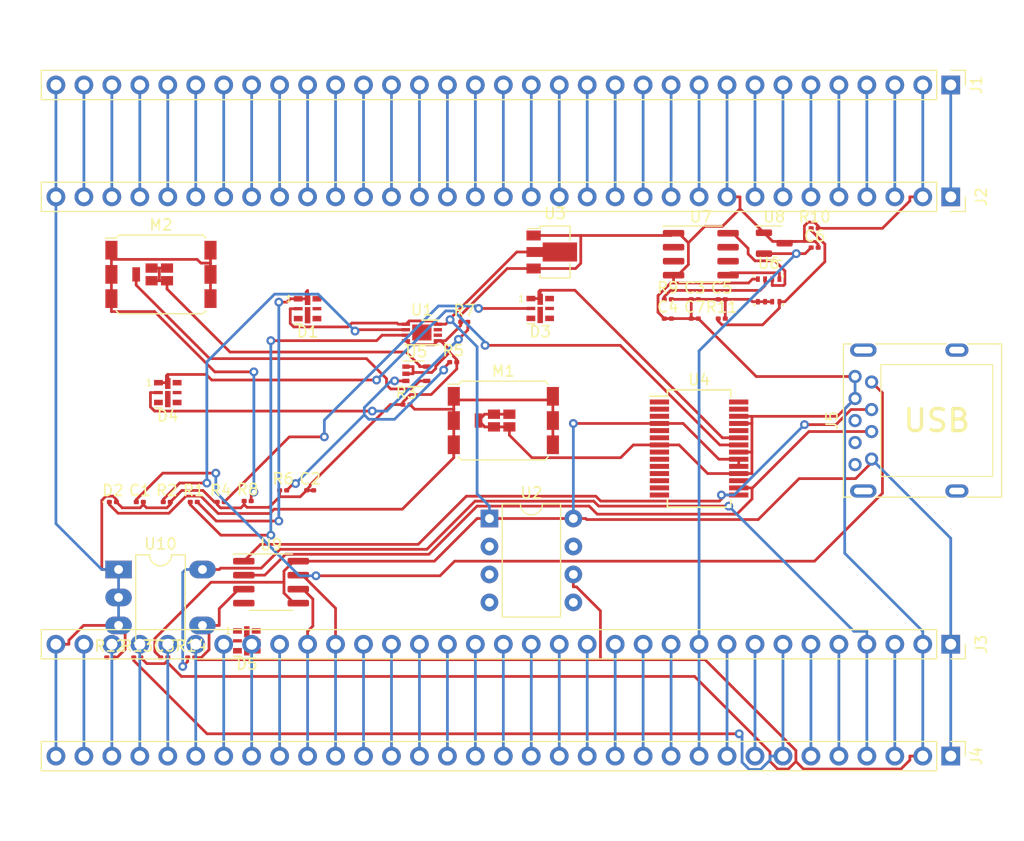
<source format=kicad_pcb>
(kicad_pcb (version 20211014) (generator pcbnew)
  (layers (0 "F.Cu" signal) (31 "B.Cu" signal) (34 "B.Paste" user) (35 "F.Paste" user) (36 "B.SilkS" user "B.Silkscreen") (37 "F.SilkS" user "F.Silkscreen") (38 "B.Mask" user) (39 "F.Mask" user) (44 "Edge.Cuts" user))
  (net 0 "")
  (net 1 "+3V0")
  (net 2 "Net-(C1-Pad1)")
  (net 3 "/VBAT")
  (net 4 "/PC13")
  (net 5 "/PC14")
  (net 6 "/PC15")
  (net 7 "/PF0")
  (net 8 "/PF1")
  (net 9 "/NRST")
  (net 10 "/PC0")
  (net 11 "/PC1")
  (net 12 "/PC2")
  (net 13 "/PC3")
  (net 14 "/PA0")
  (net 15 "/PA1")
  (net 16 "/PA2")
  (net 17 "/PA3")
  (net 18 "/PF4")
  (net 19 "/PF5")
  (net 20 "/PA4")
  (net 21 "/PA5")
  (net 22 "/PA6")
  (net 23 "/PA7")
  (net 24 "/PC4")
  (net 25 "/PC5")
  (net 26 "/PB0")
  (net 27 "/PB1")
  (net 28 "/PB2")
  (net 29 "/PB10")
  (net 30 "/PB11")
  (net 31 "/PB12")
  (net 32 "+5V")
  (net 33 "/PB9")
  (net 34 "+3V3")
  (net 35 "VDD")
  (net 36 "/BOOT")
  (net 37 "Anaolog_Out")
  (net 38 "/PB6")
  (net 39 "/PB5")
  (net 40 "Net-(D1-Pad1)")
  (net 41 "/PB3")
  (net 42 "/PD2")
  (net 43 "/PC12")
  (net 44 "/PC11")
  (net 45 "/PC10")
  (net 46 "/PA15")
  (net 47 "/PA14")
  (net 48 "/PF7")
  (net 49 "/PF6")
  (net 50 "/PA13")
  (net 51 "/PA12")
  (net 52 "/PA11")
  (net 53 "Net-(D2-Pad1)")
  (net 54 "Net-(D3-Pad1)")
  (net 55 "/PA8")
  (net 56 "/PC9")
  (net 57 "/PC8")
  (net 58 "/PC7")
  (net 59 "/PC6")
  (net 60 "/PB15")
  (net 61 "/PB14")
  (net 62 "/PB13")
  (net 63 "Net-(D3-Pad2)")
  (net 64 "Net-(D4-Pad1)")
  (net 65 "Net-(D4-Pad2)")
  (net 66 "Net-(D5-Pad1)")
  (net 67 "12C1_Clock")
  (net 68 "12C1_Data")
  (net 69 "USART_RX")
  (net 70 "USART_TX")
  (net 71 "USB_D-")
  (net 72 "USB_D+")
  (net 73 "Net-(M2-Pad1)")
  (net 74 "Net-(M2-Pad2)")
  (net 75 "Net-(M2-Pad3)")
  (net 76 "Net-(R1-Pad1)")
  (net 77 "Net-(R2-Pad1)")
  (net 78 "Net-(R5-Pad1)")
  (net 79 "Net-(R9-Pad1)")
  (net 80 "Net-(R10-Pad1)")
  (net 98 "I2C1_Data")
  (net 99 "I2C2_Clock")
  (footprint "Package_SO:SSOP-28_5.3x10.2mm_P0.65mm" (layer "F.Cu") (at 157.48 99.06)
    (fp_text reference "U4")
    (fp_text value "FT232RL")
  )
  (footprint "Connector_USB:USB3_A_Molex_48393-001" (layer "F.Cu") (at 173.15 100.02 90)
    (fp_text reference "J5")
    (fp_text value "USB_B_Micro")
  )
  (footprint "LED_SMD:LED-APA102-2020" (layer "F.Cu") (at 143.05 86.34)
    (fp_text reference "D3")
    (fp_text value "LED_Small")
  )
  (footprint "Package_LGA:Bosch_LGA-8_2.5x2.5mm_P0.65mm_ClockwisePinNumbering" (layer "F.Cu") (at 163.8 84.7)
    (fp_text reference "U6")
    (fp_text value "BME280")
  )
  (footprint "Resistor_SMD:R_0201_0603Metric" (layer "F.Cu") (at 111.58 103.92)
    (fp_text reference "R1")
    (fp_text value "1K")
  )
  (footprint "Package_DFN_QFN:DFN-8-1EP_3x2mm_P0.5mm_EP1.75x1.45mm" (layer "F.Cu") (at 132.3 88.52)
    (fp_text reference "U1")
    (fp_text value "MC34673")
  )
  (footprint "LED_SMD:LED-APA102-2020" (layer "F.Cu") (at 109.22 93.98)
    (fp_text reference "D4")
    (fp_text value "LED_Small")
  )
  (footprint "Resistor_SMD:R_0201_0603Metric" (layer "F.Cu") (at 111.35 118.05)
    (fp_text reference "R14")
    (fp_text value "10K")
  )
  (footprint "Resistor_SMD:R_0201_0603Metric" (layer "F.Cu") (at 154.64 85.51)
    (fp_text reference "R9")
    (fp_text value "4.7K")
  )
  (footprint "Capacitor_SMD:C_0201_0603Metric" (layer "F.Cu") (at 106.68 103.92)
    (fp_text reference "C1")
    (fp_text value "10nF")
  )
  (footprint "Resistor_SMD:R_0201_0603Metric" (layer "F.Cu") (at 159.54 87.26)
    (fp_text reference "R11")
    (fp_text value "1K")
  )
  (footprint "Capacitor_SMD:C_0201_0603Metric" (layer "F.Cu") (at 154.64 87.26)
    (fp_text reference "C4")
    (fp_text value "10nf")
  )
  (footprint "Resistor_SMD:R_0201_0603Metric" (layer "F.Cu") (at 135.15 91.22)
    (fp_text reference "R5")
    (fp_text value "100")
  )
  (footprint "Package_TO_SOT_SMD:SOT-353_SC-70-5" (layer "F.Cu") (at 131.8 92.27)
    (fp_text reference "U5")
    (fp_text value "TLV172IDCK")
  )
  (footprint "Capacitor_SMD:C_0201_0603Metric" (layer "F.Cu") (at 122.15 102.86)
    (fp_text reference "C2")
    (fp_text value "10u")
  )
  (footprint "Package_SO:SOIC-8_3.9x4.9mm_P1.27mm" (layer "F.Cu") (at 118.6 111.2)
    (fp_text reference "U9")
    (fp_text value "CH330N")
  )
  (footprint "Connector_PinSocket_2.54mm:PinSocket_1x33_P2.54mm_Vertical" (layer "F.Cu") (at 180.34 76.2 -90)
    (fp_text reference "J2")
    (fp_text value "Conn_01x33_Female")
  )
  (footprint "Capacitor_SMD:C_0201_0603Metric" (layer "F.Cu") (at 159.54 85.51)
    (fp_text reference "C5")
    (fp_text value "0.1uF")
  )
  (footprint "Package_DirectFET:DirectFET_L4" (layer "F.Cu") (at 139.7 96.52)
    (fp_text reference "M1")
    (fp_text value "MPMOS")
  )
  (footprint "Package_DIP:DIP-5-6_W7.62mm_LongPads" (layer "F.Cu") (at 104.75 110.05)
    (fp_text reference "U10")
    (fp_text value "CAT24C256")
  )
  (footprint "Resistor_SMD:R_0201_0603Metric" (layer "F.Cu") (at 136.15 87.57)
    (fp_text reference "R7")
    (fp_text value "1K")
  )
  (footprint "Package_DirectFET:DirectFET_L4" (layer "F.Cu") (at 108.6 83.245)
    (fp_text reference "M2")
    (fp_text value "MPMOS")
  )
  (footprint "Connector_PinHeader_2.54mm:PinHeader_1x33_P2.54mm_Vertical" (layer "F.Cu") (at 180.34 66.04 -90)
    (fp_text reference "J1")
    (fp_text value "Conn_01x33_Female")
  )
  (footprint "Package_TO_SOT_SMD:SOT-89-3" (layer "F.Cu") (at 144.1 81.21)
    (fp_text reference "U3")
    (fp_text value "HT75xx-1-SOT89")
  )
  (footprint "Capacitor_SMD:C_0201_0603Metric" (layer "F.Cu") (at 167.98 80.81)
    (fp_text reference "C6")
    (fp_text value "0.1uF")
  )
  (footprint "Capacitor_SMD:C_0201_0603Metric" (layer "F.Cu") (at 157.09 87.26)
    (fp_text reference "C7")
    (fp_text value "10nf")
  )
  (footprint "Resistor_SMD:R_0201_0603Metric" (layer "F.Cu") (at 130.9 95.07)
    (fp_text reference "R3")
    (fp_text value "1K")
  )
  (footprint "Resistor_SMD:R_0201_0603Metric" (layer "F.Cu") (at 114.03 103.92)
    (fp_text reference "R4")
    (fp_text value "1K")
  )
  (footprint "Connector_PinHeader_2.54mm:PinHeader_1x33_P2.54mm_Vertical" (layer "F.Cu") (at 180.34 127 -90)
    (fp_text reference "J4")
    (fp_text value "Conn_01x33_Female")
  )
  (footprint "Package_SO:SOIC-8_3.9x4.9mm_P1.27mm" (layer "F.Cu") (at 157.64 81.41)
    (fp_text reference "U7")
    (fp_text value "TSL2550D")
  )
  (footprint "Resistor_SMD:R_0201_0603Metric" (layer "F.Cu") (at 106.45 118.05)
    (fp_text reference "R13")
    (fp_text value "10K")
  )
  (footprint "LED_SMD:LED-APA102-2020" (layer "F.Cu") (at 121.92 86.36)
    (fp_text reference "D1")
    (fp_text value "LED_Small")
  )
  (footprint "Resistor_SMD:R_0201_0603Metric" (layer "F.Cu") (at 167.98 79.06)
    (fp_text reference "R10")
    (fp_text value "1K")
  )
  (footprint "Resistor_SMD:R_0201_0603Metric" (layer "F.Cu") (at 109.13 103.92)
    (fp_text reference "R2")
    (fp_text value "1K")
  )
  (footprint "Connector_PinSocket_2.54mm:PinSocket_1x33_P2.54mm_Vertical" (layer "F.Cu") (at 180.34 116.84 -90)
    (fp_text reference "J3")
    (fp_text value "Conn_01x33_Female")
  )
  (footprint "Package_DIP:DIP-8_W7.62mm" (layer "F.Cu") (at 138.44 105.42)
    (fp_text reference "U2")
    (fp_text value "ADG417BN")
  )
  (footprint "Package_TO_SOT_SMD:SOT-23" (layer "F.Cu") (at 164.31 80.41)
    (fp_text reference "U8")
    (fp_text value "TC1047AxNB")
  )
  (footprint "Resistor_SMD:R_0201_0603Metric" (layer "F.Cu") (at 119.7 102.86)
    (fp_text reference "R6")
    (fp_text value "1K")
  )
  (footprint "Resistor_SMD:R_0201_0603Metric" (layer "F.Cu") (at 104 118.05)
    (fp_text reference "R12")
    (fp_text value "R")
  )
  (footprint "Capacitor_SMD:C_0201_0603Metric" (layer "F.Cu") (at 157.09 85.51)
    (fp_text reference "C3")
    (fp_text value "10nf")
  )
  (footprint "Resistor_SMD:R_0201_0603Metric" (layer "F.Cu") (at 116.48 103.83)
    (fp_text reference "R8")
    (fp_text value "1K")
  )
  (footprint "Capacitor_SMD:C_0201_0603Metric" (layer "F.Cu") (at 108.9 118.05)
    (fp_text reference "C8")
    (fp_text value "10nF")
  )
  (footprint "Diode_SMD:D_0201_0603Metric" (layer "F.Cu") (at 104.235 103.92)
    (fp_text reference "D2")
    (fp_text value "D_Zener")
  )
  (footprint "LED_SMD:LED-APA102-2020" (layer "F.Cu") (at 116.4 116.53)
    (fp_text reference "D5")
    (fp_text value "Blue")
  )
  (gr_rect (start 173.99 91.44) (end 184.15 101.6) (layer "F.SilkS") (width 0.1) (fill none))
  (gr_text "USB" (at 179.07 96.52) (layer "F.SilkS") (effects (font (size 2 2) (thickness 0.3))))
  (segment (start 180.34 66.04) (end 180.34 76.2) (width 0.25) (layer "B.Cu") (net 1))
  (segment (start 108.7633 101.2983) (end 106.36 103.7016) (width 0.25) (layer "F.Cu") (net 2))
  (segment (start 173.15 93.02) (end 174.1363 94.0063) (width 0.25) (layer "F.Cu") (net 2))
  (segment (start 174.1363 94.0063) (end 174.1363 103.1225) (width 0.25) (layer "F.Cu") (net 2))
  (segment (start 113.5839 101.2983) (end 108.7633 101.2983) (width 0.25) (layer "F.Cu") (net 2))
  (segment (start 106.36 103.7016) (end 106.36 103.92) (width 0.25) (layer "F.Cu") (net 2))
  (segment (start 135.2735 109.2948) (end 133.9486 110.6197) (width 0.25) (layer "F.Cu") (net 2))
  (segment (start 167.964 109.2948) (end 135.2735 109.2948) (width 0.25) (layer "F.Cu") (net 2))
  (segment (start 133.9486 110.6197) (end 122.6827 110.6197) (width 0.25) (layer "F.Cu") (net 2))
  (segment (start 174.1363 103.1225) (end 167.964 109.2948) (width 0.25) (layer "F.Cu") (net 2))
  (via (at 113.5839 101.2983) (size 0.8) (drill 0.4) (layers "F.Cu" "B.Cu") (net 2))
  (via (at 122.6827 110.6197) (size 0.8) (drill 0.4) (layers "F.Cu" "B.Cu") (net 2))
  (segment (start 113.5839 103.0308) (end 113.5839 101.2983) (width 0.25) (layer "B.Cu") (net 2))
  (segment (start 121.1728 110.6197) (end 113.5839 103.0308) (width 0.25) (layer "B.Cu") (net 2))
  (segment (start 122.6827 110.6197) (end 121.1728 110.6197) (width 0.25) (layer "B.Cu") (net 2))
  (segment (start 175.26 66.04) (end 175.26 76.2) (width 0.25) (layer "B.Cu") (net 3))
  (segment (start 172.72 66.04) (end 172.72 76.2) (width 0.25) (layer "B.Cu") (net 4))
  (segment (start 170.18 66.04) (end 170.18 76.2) (width 0.25) (layer "B.Cu") (net 5))
  (segment (start 167.64 66.04) (end 167.64 76.2) (width 0.25) (layer "B.Cu") (net 6))
  (segment (start 165.1 66.04) (end 165.1 76.2) (width 0.25) (layer "B.Cu") (net 7))
  (segment (start 162.56 66.04) (end 162.56 76.2) (width 0.25) (layer "B.Cu") (net 8))
  (segment (start 157.48 66.04) (end 157.48 76.2) (width 0.25) (layer "B.Cu") (net 9))
  (segment (start 154.94 66.04) (end 154.94 76.2) (width 0.25) (layer "B.Cu") (net 10))
  (segment (start 152.4 66.04) (end 152.4 76.2) (width 0.25) (layer "B.Cu") (net 11))
  (segment (start 149.86 66.04) (end 149.86 76.2) (width 0.25) (layer "B.Cu") (net 12))
  (segment (start 147.32 66.04) (end 147.32 76.2) (width 0.25) (layer "B.Cu") (net 13))
  (segment (start 144.78 66.04) (end 144.78 76.2) (width 0.25) (layer "B.Cu") (net 14))
  (segment (start 142.24 66.04) (end 142.24 76.2) (width 0.25) (layer "B.Cu") (net 15))
  (segment (start 139.7 66.04) (end 139.7 76.2) (width 0.25) (layer "B.Cu") (net 16))
  (segment (start 137.16 66.04) (end 137.16 76.2) (width 0.25) (layer "B.Cu") (net 17))
  (segment (start 134.62 66.04) (end 134.62 76.2) (width 0.25) (layer "B.Cu") (net 18))
  (segment (start 132.08 66.04) (end 132.08 76.2) (width 0.25) (layer "B.Cu") (net 19))
  (segment (start 129.54 66.04) (end 129.54 76.2) (width 0.25) (layer "B.Cu") (net 20))
  (segment (start 127 66.04) (end 127 76.2) (width 0.25) (layer "B.Cu") (net 21))
  (segment (start 124.46 66.04) (end 124.46 76.2) (width 0.25) (layer "B.Cu") (net 22))
  (segment (start 121.92 66.04) (end 121.92 76.2) (width 0.25) (layer "B.Cu") (net 23))
  (segment (start 119.38 66.04) (end 119.38 76.2) (width 0.25) (layer "B.Cu") (net 24))
  (segment (start 116.84 66.04) (end 116.84 76.2) (width 0.25) (layer "B.Cu") (net 25))
  (segment (start 114.3 66.04) (end 114.3 76.2) (width 0.25) (layer "B.Cu") (net 26))
  (segment (start 111.76 66.04) (end 111.76 76.2) (width 0.25) (layer "B.Cu") (net 27))
  (segment (start 109.22 66.04) (end 109.22 76.2) (width 0.25) (layer "B.Cu") (net 28))
  (segment (start 106.68 66.04) (end 106.68 76.2) (width 0.25) (layer "B.Cu") (net 29))
  (segment (start 104.14 66.04) (end 104.14 76.2) (width 0.25) (layer "B.Cu") (net 30))
  (segment (start 101.6 66.04) (end 101.6 76.2) (width 0.25) (layer "B.Cu") (net 31))
  (segment (start 119.7741 111.209) (end 119.7741 112.195) (width 0.25) (layer "F.Cu") (net 32))
  (segment (start 166.5658 101.795) (end 171.7 101.795) (width 0.25) (layer "F.Cu") (net 32))
  (segment (start 125.5841 88.0154) (end 120.6588 88.0154) (width 0.25) (layer "F.Cu") (net 32))
  (segment (start 159.2773 100.035) (end 156.0273 96.785) (width 0.25) (layer "F.Cu") (net 32))
  (segment (start 108.0411 117.5111) (end 108.0411 116.3192) (width 0.25) (layer "F.Cu") (net 32))
  (segment (start 142.5375 81.21) (end 140.9199 81.21) (width 0.25) (layer "F.Cu") (net 32))
  (segment (start 134.8623 87.2676) (end 134.8623 87.358) (width 0.25) (layer "F.Cu") (net 32))
  (segment (start 125.9321 87.6674) (end 125.5841 88.0154) (width 0.25) (layer "F.Cu") (net 32))
  (segment (start 146.06 105.42) (end 138.44 105.42) (width 0.25) (layer "F.Cu") (net 32))
  (segment (start 108.58 118.05) (end 108.0411 117.5111) (width 0.25) (layer "F.Cu") (net 32))
  (segment (start 121.07 86.36) (end 120.3447 86.36) (width 0.25) (layer "F.Cu") (net 32))
  (segment (start 153.88 96.785) (end 146.06 96.785) (width 0.25) (layer "F.Cu") (net 32))
  (segment (start 140.9199 81.21) (end 134.8623 87.2676) (width 0.25) (layer "F.Cu") (net 32))
  (segment (start 147.1853 105.42) (end 147.2786 105.5133) (width 0.25) (layer "F.Cu") (net 32))
  (segment (start 130.85 87.77) (end 131.1504 87.4696) (width 0.25) (layer "F.Cu") (net 32))
  (segment (start 162.8475 105.5133) (end 166.5658 101.795) (width 0.25) (layer "F.Cu") (net 32))
  (segment (start 130.0471 87.6674) (end 125.9321 87.6674) (width 0.25) (layer "F.Cu") (net 32))
  (segment (start 146.06 105.42) (end 147.1853 105.42) (width 0.25) (layer "F.Cu") (net 32))
  (segment (start 161.08 100.035) (end 161.08 100.685) (width 0.25) (layer "F.Cu") (net 32))
  (segment (start 113.1513 111.209) (end 119.7741 111.209) (width 0.25) (layer "F.Cu") (net 32))
  (segment (start 131.1504 87.4696) (end 133.4496 87.4696) (width 0.25) (layer "F.Cu") (net 32))
  (segment (start 108.0411 116.3192) (end 113.1513 111.209) (width 0.25) (layer "F.Cu") (net 32))
  (segment (start 120.6841 113.105) (end 121.075 113.105) (width 0.25) (layer "F.Cu") (net 32))
  (segment (start 130.85 87.77) (end 130.1497 87.77) (width 0.25) (layer "F.Cu") (net 32))
  (segment (start 171.7 101.795) (end 173.15 100.345) (width 0.25) (layer "F.Cu") (net 32))
  (segment (start 121.075 109.295) (end 120.6699 109.295) (width 0.25) (layer "F.Cu") (net 32))
  (segment (start 119.7741 110.1908) (end 119.7741 111.209) (width 0.25) (layer "F.Cu") (net 32))
  (segment (start 120.3447 87.7013) (end 120.3447 86.36) (width 0.25) (layer "F.Cu") (net 32))
  (segment (start 133.4496 87.4696) (end 133.75 87.77) (width 0.25) (layer "F.Cu") (net 32))
  (segment (start 173.15 100.345) (end 173.15 100.02) (width 0.25) (layer "F.Cu") (net 32))
  (segment (start 133.4397 109.295) (end 121.075 109.295) (width 0.25) (layer "F.Cu") (net 32))
  (segment (start 134.8623 87.358) (end 134.4503 87.77) (width 0.25) (layer "F.Cu") (net 32))
  (segment (start 120.6588 88.0154) (end 120.3447 87.7013) (width 0.25) (layer "F.Cu") (net 32))
  (segment (start 130.1497 87.77) (end 130.0471 87.6674) (width 0.25) (layer "F.Cu") (net 32))
  (segment (start 161.08 100.035) (end 159.2773 100.035) (width 0.25) (layer "F.Cu") (net 32))
  (segment (start 138.44 105.42) (end 137.3147 105.42) (width 0.25) (layer "F.Cu") (net 32))
  (segment (start 156.0273 96.785) (end 153.88 96.785) (width 0.25) (layer "F.Cu") (net 32))
  (segment (start 147.2786 105.5133) (end 162.8475 105.5133) (width 0.25) (layer "F.Cu") (net 32))
  (segment (start 133.75 87.77) (end 134.4503 87.77) (width 0.25) (layer "F.Cu") (net 32))
  (segment (start 137.3147 105.42) (end 133.4397 109.295) (width 0.25) (layer "F.Cu") (net 32))
  (segment (start 119.7741 112.195) (end 120.6841 113.105) (width 0.25) (layer "F.Cu") (net 32))
  (segment (start 120.6699 109.295) (end 119.7741 110.1908) (width 0.25) (layer "F.Cu") (net 32))
  (via (at 134.8623 87.358) (size 0.8) (drill 0.4) (layers "F.Cu" "B.Cu") (net 32))
  (via (at 146.06 96.785) (size 0.8) (drill 0.4) (layers "F.Cu" "B.Cu") (net 32))
  (segment (start 134.8623 87.358) (end 137.3189 89.8146) (width 0.25) (layer "B.Cu") (net 32))
  (segment (start 137.3189 103.1736) (end 138.44 104.2947) (width 0.25) (layer "B.Cu") (net 32))
  (segment (start 180.34 107.21) (end 173.15 100.02) (width 0.25) (layer "B.Cu") (net 32))
  (segment (start 138.44 105.42) (end 138.44 104.2947) (width 0.25) (layer "B.Cu") (net 32))
  (segment (start 180.34 127) (end 180.34 116.84) (width 0.25) (layer "B.Cu") (net 32))
  (segment (start 137.3189 89.8146) (end 137.3189 103.1736) (width 0.25) (layer "B.Cu") (net 32))
  (segment (start 180.34 116.84) (end 180.34 107.21) (width 0.25) (layer "B.Cu") (net 32))
  (segment (start 146.06 105.42) (end 146.06 96.785) (width 0.25) (layer "B.Cu") (net 32))
  (segment (start 175.26 116.84) (end 175.26 127) (width 0.25) (layer "B.Cu") (net 33))
  (segment (start 122.1482 102.3672) (end 129.4454 95.07) (width 0.25) (layer "F.Cu") (net 34))
  (segment (start 106.7083 104.4458) (end 105.0808 104.4458) (width 0.25) (layer "F.Cu") (net 34))
  (segment (start 176.6247 127.3674) (end 176.6247 127) (width 0.25) (layer "F.Cu") (net 34))
  (segment (start 163.9247 127.4869) (end 163.9247 126.6162) (width 0.25) (layer "F.Cu") (net 34))
  (segment (start 133.9876 89.27) (end 134.4503 89.27) (width 0.25) (layer "F.Cu") (net 34))
  (segment (start 131.2649 94.1566) (end 133.145 94.1566) (width 0.25) (layer "F.Cu") (net 34))
  (segment (start 110.458 119.7646) (end 109.1131 118.4197) (width 0.25) (layer "F.Cu") (net 34))
  (segment (start 130.85 91.62) (end 131.5003 91.62) (width 0.25) (layer "F.Cu") (net 34))
  (segment (start 137.9747 97.0447) (end 137.45 96.52) (width 0.25) (layer "F.Cu") (net 34))
  (segment (start 138.85 97.095) (end 137.9747 97.095) (width 0.25) (layer "F.Cu") (net 34))
  (segment (start 163.9247 126.6162) (end 157.0731 119.7646) (width 0.25) (layer "F.Cu") (net 34))
  (segment (start 134.8142 90.0966) (end 133.9876 89.27) (width 0.25) (layer "F.Cu") (net 34))
  (segment (start 110.4983 102.8717) (end 109.45 103.92) (width 0.25) (layer "F.Cu") (net 34))
  (segment (start 112.9673 115.7273) (end 112.9673 117.3378) (width 0.25) (layer "F.Cu") (net 34))
  (segment (start 109.22 118.3128) (end 109.22 118.05) (width 0.25) (layer "F.Cu") (net 34))
  (segment (start 155.165 79.505) (end 154.96 79.71) (width 0.25) (layer "F.Cu") (net 34))
  (segment (start 148.5197 113.8037) (end 146.3413 111.6253) (width 0.25) (layer "F.Cu") (net 34))
  (segment (start 165.4089 80.2486) (end 166.3692 80.2486) (width 0.25) (layer "F.Cu") (net 34))
  (segment (start 174.132 79.06) (end 168.3 79.06) (width 0.25) (layer "F.Cu") (net 34))
  (segment (start 133.5594 91.7957) (end 133.2018 92.1533) (width 0.25) (layer "F.Cu") (net 34))
  (segment (start 164.1611 80.2486) (end 163.3725 79.46) (width 0.25) (layer "F.Cu") (net 34))
  (segment (start 146.7334 79.71) (end 146.7334 82.2413) (width 0.25) (layer "F.Cu") (net 34))
  (segment (start 154.8987 84.0252) (end 153.7495 85.1744) (width 0.25) (layer "F.Cu") (net 34))
  (segment (start 142.3001 99.8954) (end 150.3546 99.8954) (width 0.25) (layer "F.Cu") (net 34))
  (segment (start 156.5087 82.3562) (end 156.5087 80.3767) (width 0.25) (layer "F.Cu") (net 34))
  (segment (start 104.75 110.05) (end 103.2247 110.05) (width 0.25) (layer "F.Cu") (net 34))
  (segment (start 116.16 104.1523) (end 116.16 103.83) (width 0.25) (layer "F.Cu") (net 34))
  (segment (start 109.1131 118.4197) (end 108.9349 118.5979) (width 0.25) (layer "F.Cu") (net 34))
  (segment (start 162.5749 85.725) (end 162.3247 85.725) (width 0.25) (layer "F.Cu") (net 34))
  (segment (start 159.86 87.26) (end 159.86 85.51) (width 0.25) (layer "F.Cu") (net 34))
  (segment (start 158.0268 118.2421) (end 166.2753 126.4906) (width 0.25) (layer "F.Cu") (net 34))
  (segment (start 135.83 86.9368) (end 135.83 87.57) (width 0.25) (layer "F.Cu") (net 34))
  (segment (start 156.5087 80.3767) (end 155.637 79.505) (width 0.25) (layer "F.Cu") (net 34))
  (segment (start 162.3247 83.675) (end 161.9745 84.0252) (width 0.25) (layer "F.Cu") (net 34))
  (segment (start 103.2247 110.05) (end 103.2247 103.768) (width 0.25) (layer "F.Cu") (net 34))
  (segment (start 116.16 104.1523) (end 116.4135 104.4058) (width 0.25) (layer "F.Cu") (net 34))
  (segment (start 167.384 78.502) (end 167.0467 78.8393) (width 0.25) (layer "F.Cu") (net 34))
  (segment (start 161.08 96.785) (end 162.2803 96.785) (width 0.25) (layer "F.Cu") (net 34))
  (segment (start 140.0568 82.71) (end 135.83 86.9368) (width 0.25) (layer "F.Cu") (net 34))
  (segment (start 162.1097 85.51) (end 162.3247 85.725) (width 0.25) (layer "F.Cu") (net 34))
  (segment (start 100.2353 116.4727) (end 101.578 115.13) (width 0.25) (layer "F.Cu") (net 34))
  (segment (start 156.77 85.51) (end 157.41 85.51) (width 0.25) (layer "F.Cu") (net 34))
  (segment (start 162.2803 96.135) (end 162.2803 96.785) (width 0.25) (layer "F.Cu") (net 34))
  (segment (start 157.41 85.51) (end 159.22 85.51) (width 0.25) (layer "F.Cu") (net 34))
  (segment (start 156.77 87.26) (end 156.77 85.51) (width 0.25) (layer "F.Cu") (net 34))
  (segment (start 146.7334 79.71) (end 142.45 79.71) (width 0.25) (layer "F.Cu") (net 34))
  (segment (start 104.32 118.05) (end 104.6025 118.05) (width 0.25) (layer "F.Cu") (net 34))
  (segment (start 135.83 87.57) (end 135.83 87.8903) (width 0.25) (layer "F.Cu") (net 34))
  (segment (start 131.5003 92.27) (end 131.5003 92.1533) (width 0.25) (layer "F.Cu") (net 34))
  (segment (start 114.0074 104.4515) (end 115.8608 104.4515) (width 0.25) (layer "F.Cu") (net 34))
  (segment (start 100.2353 116.84) (end 100.2353 116.4727) (width 0.25) (layer "F.Cu") (net 34))
  (segment (start 177.8 76.2) (end 176.6247 76.2) (width 0.25) (layer "F.Cu") (net 34))
  (segment (start 155.165 83.315) (end 155.5499 83.315) (width 0.25) (layer "F.Cu") (net 34))
  (segment (start 104.555 103.6995) (end 104.555 103.92) (width 0.25) (layer "F.Cu") (net 34))
  (segment (start 119.38 103.4397) (end 119.38 102.86) (width 0.25) (layer "F.Cu") (net 34))
  (segment (start 159.5991 78.879) (end 161.1953 77.2828) (width 0.25) (layer "F.Cu") (net 34))
  (segment (start 162.825 83.675) (end 162.3247 83.675) (width 0.25) (layer "F.Cu") (net 34))
  (segment (start 163.475 85.725) (end 164.125 85.725) (width 0.25) (layer "F.Cu") (net 34))
  (segment (start 161.08 101.335) (end 162.2803 101.335) (width 0.25) (layer "F.Cu") (net 34))
  (segment (start 122.47 102.86) (end 121.83 102.86) (width 0.25) (layer "F.Cu") (net 34))
  (segment (start 166.3692 80.2486) (end 167.0467 80.2486) (width 0.25) (layer "F.Cu") (net 34))
  (segment (start 135.47 90.9862) (end 135.47 91.22) (width 0.25) (layer "F.Cu") (net 34))
  (segment (start 133.3872 89.6328) (end 133.75 89.27) (width 0.25) (layer "F.Cu") (net 34))
  (segment (start 166.2753 126.4906) (end 166.2753 127.4869) (width 0.25) (layer "F.Cu") (net 34))
  (segment (start 131.2128 89.6328) (end 133.3872 89.6328) (width 0.25) (layer "F.Cu") (net 34))
  (segment (start 166.9637 128.1753) (end 175.8168 128.1753) (width 0.25) (layer "F.Cu") (net 34))
  (segment (start 116.125 111.835) (end 115.665 111.835) (width 0.25) (layer "F.Cu") (net 34))
  (segment (start 160.02 76.2) (end 161.1953 76.2) (width 0.25) (layer "F.Cu") (net 34))
  (segment (start 112.37 115.13) (end 113.8953 115.13) (width 0.25) (layer "F.Cu") (net 34))
  (segment (start 159.86 85.51) (end 162.1097 85.51) (width 0.25) (layer "F.Cu") (net 34))
  (segment (start 109.1405 104.4458) (end 109.45 104.1363) (width 0.25) (layer "F.Cu") (net 34))
  (segment (start 156.5087 80.3767) (end 158.0064 78.879) (width 0.25) (layer "F.Cu") (net 34))
  (segment (start 111.8621 118.2421) (end 148.5197 118.2421) (width 0.25) (layer "F.Cu") (net 34))
  (segment (start 105.0808 104.4458) (end 104.555 103.92) (width 0.25) (layer "F.Cu") (net 34))
  (segment (start 157.0731 119.7646) (end 110.458 119.7646) (width 0.25) (layer "F.Cu") (net 34))
  (segment (start 109.45 104.1363) (end 109.45 103.92) (width 0.25) (layer "F.Cu") (net 34))
  (segment (start 133.75 89.27) (end 133.9876 89.27) (width 0.25) (layer "F.Cu") (net 34))
  (segment (start 148.5197 118.2421) (end 158.0268 118.2421) (width 0.25) (layer "F.Cu") (net 34))
  (segment (start 104.6025 118.05) (end 105.3473 117.3052) (width 0.25) (layer "F.Cu") (net 34))
  (segment (start 176.6247 76.2) (end 176.6247 76.5673) (width 0.25) (layer "F.Cu") (net 34))
  (segment (start 130.58 95.07) (end 130.58 94.8415) (width 0.25) (layer "F.Cu") (net 34))
  (segment (start 121.83 102.7989) (end 122.1482 102.4807) (width 0.25) (layer "F.Cu") (net 34))
  (segment (start 133.2018 92.1533) (end 131.5003 92.1533) (width 0.25) (layer "F.Cu") (net 34))
  (segment (start 146.7334 82.2413) (end 146.2647 82.71) (width 0.25) (layer "F.Cu") (net 34))
  (segment (start 162.67 92.52) (end 157.41 87.26) (width 0.25) (layer "F.Cu") (net 34))
  (segment (start 118.4139 104.4058) (end 119.38 103.4397) (width 0.25) (layer "F.Cu") (net 34))
  (segment (start 103.604 103.3887) (end 104.2442 103.3887) (width 0.25) (layer "F.Cu") (net 34))
  (segment (start 154.96 87.26) (end 156.77 87.26) (width 0.25) (layer "F.Cu") (net 34))
  (segment (start 175.8168 128.1753) (end 176.6247 127.3674) (width 0.25) (layer "F.Cu") (net 34))
  (segment (start 151.515 98.735) (end 153.88 98.735) (width 0.25) (layer "F.Cu") (net 34))
  (segment (start 134.8142 90.3304) (end 134.8142 90.0966) (width 0.25) (layer "F.Cu") (net 34))
  (segment (start 154.96 87.26) (end 154.32 87.26) (width 0.25) (layer "F.Cu") (net 34))
  (segment (start 159.22 85.51) (end 159.86 85.51) (width 0.25) (layer "F.Cu") (net 34))
  (segment (start 157.41 87.26) (end 156.77 87.26) (width 0.25) (layer "F.Cu") (net 34))
  (segment (start 146.2647 82.71) (end 142.45 82.71) (width 0.25) (layer "F.Cu") (net 34))
  (segment (start 153.7495 85.1744) (end 153.7495 86.6895) (width 0.25) (layer "F.Cu") (net 34))
  (segment (start 154.96 79.71) (end 146.7334 79.71) (width 0.25) (layer "F.Cu") (net 34))
  (segment (start 146.06 110.5) (end 146.06 111.6253) (width 0.25) (layer "F.Cu") (net 34))
  (segment (start 168.0194 80.2486) (end 168.3 80.5292) (width 0.25) (layer "F.Cu") (net 34))
  (segment (start 166.2753 127.4869) (end 165.5869 128.1753) (width 0.25) (layer "F.Cu") (net 34))
  (segment (start 170.035 96.135) (end 162.2803 96.135) (width 0.25) (layer "F.Cu") (net 34))
  (segment (start 130.58 94.8415) (end 131.2649 94.1566) (width 0.25) (layer "F.Cu") (net 34))
  (segment (start 153.88 98.735) (end 155.6656 98.735) (width 0.25) (layer "F.Cu") (net 34))
  (segment (start 133.145 94.1566) (end 135.47 91.8316) (width 0.25) (layer "F.Cu") (net 34))
  (segment (start 168.3 79.06) (end 168.3 78.8528) (width 0.25) (layer "F.Cu") (net 34))
  (segment (start 107.3179 118.5979) (end 106.77 118.05) (width 0.25) (layer "F.Cu") (net 34))
  (segment (start 99.06 116.84) (end 100.2353 116.84) (width 0.25) (layer "F.Cu") (net 34))
  (segment (start 140.25 97.095) (end 140.25 97.8453) (width 0.25) (layer "F.Cu") (net 34))
  (segment (start 155.165 84.0252) (end 154.8987 84.0252) (width 0.25) (layer "F.Cu") (net 34))
  (segment (start 133.5594 91.5852) (end 133.5594 91.7957) (width 0.25) (layer "F.Cu") (net 34))
  (segment (start 167.0467 78.8393) (end 167.0467 80.2486) (width 0.25) (layer "F.Cu") (net 34))
  (segment (start 155.6656 98.735) (end 158.2656 101.335) (width 0.25) (layer "F.Cu") (net 34))
  (segment (start 161.9745 84.0252) (end 155.165 84.0252) (width 0.25) (layer "F.Cu") (net 34))
  (segment (start 161.1953 76.2) (end 161.1953 77.2828) (width 0.25) (layer "F.Cu") (net 34))
  (segment (start 130.85 89.27) (end 131.2128 89.6328) (width 0.25) (layer "F.Cu") (net 34))
  (segment (start 111.67 118.05) (end 111.8621 118.2421) (width 0.25) (layer "F.Cu") (net 34))
  (segment (start 130.85 92.27) (end 131.5003 92.27) (width 0.25) (layer "F.Cu") (net 34))
  (segment (start 168.3 80.5292) (end 168.3 80.81) (width 0.25) (layer "F.Cu") (net 34))
  (segment (start 162.2803 96.135) (end 161.08 96.135) (width 0.25) (layer "F.Cu") (net 34))
  (segment (start 150.3546 99.8954) (end 151.515 98.735) (width 0.25) (layer "F.Cu") (net 34))
  (segment (start 107 104.1541) (end 106.7083 104.4458) (width 0.25) (layer "F.Cu") (net 34))
  (segment (start 158.2656 101.335) (end 161.08 101.335) (width 0.25) (layer "F.Cu") (net 34))
  (segment (start 116.4135 104.4058) (end 118.4139 104.4058) (width 0.25) (layer "F.Cu") (net 34))
  (segment (start 129.4454 95.07) (end 130.58 95.07) (width 0.25) (layer "F.Cu") (net 34))
  (segment (start 162.825 85.725) (end 163.475 85.725) (width 0.25) (layer "F.Cu") (net 34))
  (segment (start 164.6131 128.1753) (end 163.9247 127.4869) (width 0.25) (layer "F.Cu") (net 34))
  (segment (start 161.6239 99.385) (end 161.08 99.385) (width 0.25) (layer "F.Cu") (net 34))
  (segment (start 107.2917 104.4458) (end 109.1405 104.4458) (width 0.25) (layer "F.Cu") (net 34))
  (segment (start 137.9747 97.095) (end 137.9747 97.0447) (width 0.25) (layer "F.Cu") (net 34))
  (segment (start 105.3473 117.3052) (end 105.3473 115.7273) (width 0.25) (layer "F.Cu") (net 34))
  (segment (start 155.637 79.505) (end 155.165 79.505) (width 0.25) (layer "F.Cu") (net 34))
  (segment (start 153.7495 86.6895) (end 154.32 87.26) (width 0.25) (layer "F.Cu") (net 34))
  (segment (start 162.1677 99.385) (end 162.2803 99.385) (width 0.25) (layer "F.Cu") (net 34))
  (segment (start 108.9349 118.5979) (end 107.3179 118.5979) (width 0.25) (layer "F.Cu") (net 34))
  (segment (start 115.665 111.835) (end 113.8953 113.6047) (width 0.25) (layer "F.Cu") (net 34))
  (segment (start 161.1953 77.2828) (end 163.3725 79.46) (width 0.25) (layer "F.Cu") (net 34))
  (segment (start 166.2753 127.4869) (end 166.9637 128.1753) (width 0.25) (layer "F.Cu") (net 34))
  (segment (start 161.6239 99.385) (end 162.1677 99.385) (width 0.25) (layer "F.Cu") (net 34))
  (segment (start 177.8 127) (end 176.6247 127) (width 0.25) (layer "F.Cu") (net 34))
  (segment (start 162.2803 96.785) (end 162.2803 99.385) (width 0.25) (layer "F.Cu") (net 34))
  (segment (start 105.3473 115.7273) (end 104.75 115.13) (width 0.25) (layer "F.Cu") (net 34))
  (segment (start 165.5869 128.1753) (end 164.6131 128.1753) (width 0.25) (layer "F.Cu") (net 34))
  (segment (start 112.37 115.13) (end 112.9673 115.7273) (width 0.25) (layer "F.Cu") (net 34))
  (segment (start 167.9492 78.502) (end 167.384 78.502) (width 0.25) (layer "F.Cu") (net 34))
  (segment (start 134.8142 90.3304) (end 133.5594 91.5852) (width 0.25) (layer "F.Cu") (net 34))
  (segment (start 137.9747 95.945) (end 137.9747 95.9953) (width 0.25) (layer "F.Cu") (net 34))
  (segment (start 119.38 103.4397) (end 121.2503 103.4397) (width 0.25) (layer "F.Cu") (net 34))
  (segment (start 113.4656 103.92) (end 112.4173 102.8717) (width 0.25) (layer "F.Cu") (net 34))
  (segment (start 140.25 97.8453) (end 142.3001 99.8954) (width 0.25) (layer "F.Cu") (net 34))
  (segment (start 103.2247 103.768) (end 103.604 103.3887) (width 0.25) (layer "F.Cu") (net 34))
  (segment (start 140.25 95.945) (end 138.85 95.945) (width 0.25) (layer "F.Cu") (net 34))
  (segment (start 121.2503 103.4397) (end 121.83 102.86) (width 0.25) (layer "F.Cu") (net 34))
  (segment (start 168.3 78.8528) (end 167.9492 78.502) (width 0.25) (layer "F.Cu") (net 34))
  (segment (start 166.3692 80.2486) (end 164.1611 80.2486) (width 0.25) (layer "F.Cu") (net 34))
  (segment (start 107 104.1541) (end 107.2917 104.4458) (width 0.25) (layer "F.Cu") (net 34))
  (segment (start 109.1131 118.4197) (end 109.22 118.3128) (width 0.25) (layer "F.Cu") (net 34))
  (segment (start 131.5003 92.1533) (end 131.5003 91.62) (width 0.25) (layer "F.Cu") (net 34))
  (segment (start 146.3413 111.6253) (end 146.06 111.6253) (width 0.25) (layer "F.Cu") (net 34))
  (segment (start 137.9747 95.9953) (end 137.45 96.52) (width 0.25) (layer "F.Cu") (net 34))
  (segment (start 112.2551 118.05) (end 111.67 118.05) (width 0.25) (layer "F.Cu") (net 34))
  (segment (start 101.578 115.13) (end 104.75 115.13) (width 0.25) (layer "F.Cu") (net 34))
  (segment (start 142.45 82.71) (end 140.0568 82.71) (width 0.25) (layer "F.Cu") (net 34))
  (segment (start 107 103.92) (end 107 104.1541) (width 0.25) (layer "F.Cu") (net 34))
  (segment (start 121.83 102.86) (end 121.83 102.7989) (width 0.25) (layer "F.Cu") (net 34))
  (segment (start 140.25 97.095) (end 138.85 97.095) (width 0.25) (layer "F.Cu") (net 34))
  (segment (start 155.5499 83.315) (end 156.5087 82.3562) (width 0.25) (layer "F.Cu") (net 34))
  (segment (start 158.0064 78.879) (end 159.5991 78.879) (width 0.25) (layer "F.Cu") (net 34))
  (segment (start 122.1482 102.4807) (end 122.1482 102.3672) (width 0.25) (layer "F.Cu") (net 34))
  (segment (start 113.71 103.92) (end 113.71 104.1541) (width 0.25) (layer "F.Cu") (net 34))
  (segment (start 171.65 92.52) (end 162.67 92.52) (width 0.25) (layer "F.Cu") (net 34))
  (segment (start 176.6247 76.5673) (end 174.132 79.06) (width 0.25) (layer "F.Cu") (net 34))
  (segment (start 135.47 91.8316) (end 135.47 91.22) (width 0.25) (layer "F.Cu") (net 34))
  (segment (start 148.5197 118.2421) (end 148.5197 113.8037) (width 0.25) (layer "F.Cu") (net 34))
  (segment (start 155.165 84.0252) (end 155.165 83.315) (width 0.25) (layer "F.Cu") (net 34))
  (segment (start 112.9673 117.3378) (end 112.2551 118.05) (width 0.25) (layer "F.Cu") (net 34))
  (segment (start 113.8953 113.6047) (end 113.8953 115.13) (width 0.25) (layer "F.Cu") (net 34))
  (segment (start 134.8142 90.3304) (end 135.47 90.9862) (width 0.25) (layer "F.Cu") (net 34))
  (segment (start 162.5749 85.725) (end 162.825 85.725) (width 0.25) (layer "F.Cu") (net 34))
  (segment (start 138.85 95.945) (end 137.9747 95.945) (width 0.25) (layer "F.Cu") (net 34))
  (segment (start 104.2442 103.3887) (end 104.555 103.6995) (width 0.25) (layer "F.Cu") (net 34))
  (segment (start 113.71 103.92) (end 113.4656 103.92) (width 0.25) (layer "F.Cu") (net 34))
  (segment (start 112.4173 102.8717) (end 110.4983 102.8717) (width 0.25) (layer "F.Cu") (net 34))
  (segment (start 135.83 87.8903) (end 134.4503 89.27) (width 0.25) (layer "F.Cu") (net 34))
  (segment (start 115.8608 104.4515) (end 116.16 104.1523) (width 0.25) (layer "F.Cu") (net 34))
  (segment (start 165.2475 80.41) (end 165.4089 80.2486) (width 0.25) (layer "F.Cu") (net 34))
  (segment (start 113.71 104.1541) (end 114.0074 104.4515) (width 0.25) (layer "F.Cu") (net 34))
  (segment (start 156.77 85.51) (end 154.96 85.51) (width 0.25) (layer "F.Cu") (net 34))
  (segment (start 162.2803 99.385) (end 162.2803 101.335) (width 0.25) (layer "F.Cu") (net 34))
  (segment (start 171.65 94.52) (end 170.035 96.135) (width 0.25) (layer "F.Cu") (net 34))
  (segment (start 167.0467 80.2486) (end 168.0194 80.2486) (width 0.25) (layer "F.Cu") (net 34))
  (segment (start 99.06 105.8853) (end 103.2247 110.05) (width 0.25) (layer "B.Cu") (net 34))
  (segment (start 104.75 110.8126) (end 104.75 112.59) (width 0.25) (layer "B.Cu") (net 34))
  (segment (start 160.02 66.04) (end 160.02 76.2) (width 0.25) (layer "B.Cu") (net 34))
  (segment (start 177.8 127) (end 177.8 116.84) (width 0.25) (layer "B.Cu") (net 34))
  (segment (start 103.9874 110.05) (end 104.75 110.8126) (width 0.25) (layer "B.Cu") (net 34))
  (segment (start 99.06 66.04) (end 99.06 76.2) (width 0.25) (layer "B.Cu") (net 34))
  (segment (start 177.8 115.6647) (end 170.7097 108.5744) (width 0.25) (layer "B.Cu") (net 34))
  (segment (start 170.7097 95.4603) (end 171.65 94.52) (width 0.25) (layer "B.Cu") (net 34))
  (segment (start 170.7097 108.5744) (end 170.7097 95.4603) (width 0.25) (layer "B.Cu") (net 34))
  (segment (start 104.75 112.59) (end 104.75 115.13) (width 0.25) (layer "B.Cu") (net 34))
  (segment (start 177.8 66.04) (end 177.8 76.2) (width 0.25) (layer "B.Cu") (net 34))
  (segment (start 177.8 116.84) (end 177.8 115.6647) (width 0.25) (layer "B.Cu") (net 34))
  (segment (start 99.06 76.2) (end 99.06 105.8853) (width 0.25) (layer "B.Cu") (net 34))
  (segment (start 104.75 110.05) (end 103.9874 110.05) (width 0.25) (layer "B.Cu") (net 34))
  (segment (start 103.9874 110.05) (end 103.2247 110.05) (width 0.25) (layer "B.Cu") (net 34))
  (segment (start 99.06 127) (end 99.06 116.84) (width 0.25) (layer "B.Cu") (net 34))
  (segment (start 171.65 94.52) (end 171.65 92.52) (width 0.25) (layer "B.Cu") (net 34))
  (segment (start 170.18 116.84) (end 170.18 127) (width 0.25) (layer "B.Cu") (net 35))
  (segment (start 167.64 116.84) (end 167.64 127) (width 0.25) (layer "B.Cu") (net 36))
  (segment (start 166.3053 81.36) (end 163.3725 81.36) (width 0.25) (layer "F.Cu") (net 37))
  (segment (start 167.66 80.81) (end 167.11 81.36) (width 0.25) (layer "F.Cu") (net 37))
  (segment (start 167.11 81.36) (end 166.3053 81.36) (width 0.25) (layer "F.Cu") (net 37))
  (via (at 166.3053 81.36) (size 0.8) (drill 0.4) (layers "F.Cu" "B.Cu") (net 37))
  (segment (start 157.48 90.1853) (end 166.3053 81.36) (width 0.25) (layer "B.Cu") (net 37))
  (segment (start 157.48 116.84) (end 157.48 127) (width 0.25) (layer "B.Cu") (net 37))
  (segment (start 157.48 116.84) (end 157.48 90.1853) (width 0.25) (layer "B.Cu") (net 37))
  (segment (start 162.56 116.84) (end 162.56 127) (width 0.25) (layer "B.Cu") (net 38))
  (segment (start 160.02 116.84) (end 160.02 127) (width 0.25) (layer "B.Cu") (net 39))
  (segment (start 121.07 85.46) (end 121.7953 85.46) (width 0.25) (layer "F.Cu") (net 40))
  (segment (start 113.6296 105.6496) (end 119.3057 105.6496) (width 0.25) (layer "F.Cu") (net 40))
  (segment (start 121.7953 84.8294) (end 121.7953 85.46) (width 0.25) (layer "F.Cu") (net 40))
  (segment (start 121.92 85.53) (end 121.92 84.7047) (width 0.25) (layer "F.Cu") (net 40))
  (segment (start 120.3447 85.46) (end 120.0404 85.7643) (width 0.25) (layer "F.Cu") (net 40))
  (segment (start 120.0404 85.7643) (end 119.3057 85.7643) (width 0.25) (layer "F.Cu") (net 40))
  (segment (start 111.9 103.92) (end 113.6296 105.6496) (width 0.25) (layer "F.Cu") (net 40))
  (segment (start 121.92 84.7047) (end 121.7953 84.8294) (width 0.25) (layer "F.Cu") (net 40))
  (segment (start 121.07 85.46) (end 120.3447 85.46) (width 0.25) (layer "F.Cu") (net 40))
  (via (at 119.3057 85.7643) (size 0.8) (drill 0.4) (layers "F.Cu" "B.Cu") (net 40))
  (via (at 119.3057 105.6496) (size 0.8) (drill 0.4) (layers "F.Cu" "B.Cu") (net 40))
  (segment (start 119.3057 85.7643) (end 119.3057 105.6496) (width 0.25) (layer "B.Cu") (net 40))
  (segment (start 154.94 116.84) (end 154.94 127) (width 0.25) (layer "B.Cu") (net 41))
  (segment (start 152.4 116.84) (end 152.4 127) (width 0.25) (layer "B.Cu") (net 42))
  (segment (start 149.86 116.84) (end 149.86 127) (width 0.25) (layer "B.Cu") (net 43))
  (segment (start 147.32 116.84) (end 147.32 127) (width 0.25) (layer "B.Cu") (net 44))
  (segment (start 144.78 116.84) (end 144.78 127) (width 0.25) (layer "B.Cu") (net 45))
  (segment (start 142.24 116.84) (end 142.24 127) (width 0.25) (layer "B.Cu") (net 46))
  (segment (start 139.7 116.84) (end 139.7 127) (width 0.25) (layer "B.Cu") (net 47))
  (segment (start 137.16 116.84) (end 137.16 127) (width 0.25) (layer "B.Cu") (net 48))
  (segment (start 134.62 116.84) (end 134.62 127) (width 0.25) (layer "B.Cu") (net 49))
  (segment (start 132.08 116.84) (end 132.08 127) (width 0.25) (layer "B.Cu") (net 50))
  (segment (start 129.54 116.84) (end 129.54 127) (width 0.25) (layer "B.Cu") (net 51))
  (segment (start 127 116.84) (end 127 127) (width 0.25) (layer "B.Cu") (net 52))
  (segment (start 118.4919 104.9647) (end 118.8828 104.5738) (width 0.25) (layer "F.Cu") (net 53))
  (segment (start 110.8842 103.3783) (end 112.214 103.3783) (width 0.25) (layer "F.Cu") (net 53))
  (segment (start 104.7029 104.942) (end 109.3205 104.942) (width 0.25) (layer "F.Cu") (net 53))
  (segment (start 144.2 96.52) (end 144.2 98.72) (width 0.25) (layer "F.Cu") (net 53))
  (segment (start 135.2 96.52) (end 135.2 98.72) (width 0.25) (layer "F.Cu") (net 53))
  (segment (start 135.2 94.6506) (end 135.2 95.4953) (width 0.25) (layer "F.Cu") (net 53))
  (segment (start 135.2 98.72) (end 135.2 99.8953) (width 0.25) (layer "F.Cu") (net 53))
  (segment (start 103.915 104.1541) (end 104.7029 104.942) (width 0.25) (layer "F.Cu") (net 53))
  (segment (start 135.2 95.4953) (end 131.6453 95.4953) (width 0.25) (layer "F.Cu") (net 53))
  (segment (start 131.6453 95.4953) (end 131.22 95.07) (width 0.25) (layer "F.Cu") (net 53))
  (segment (start 113.8004 104.9647) (end 118.4919 104.9647) (width 0.25) (layer "F.Cu") (net 53))
  (segment (start 144.2 94.6506) (end 135.2 94.6506) (width 0.25) (layer "F.Cu") (net 53))
  (segment (start 144.2 94.6506) (end 144.2 96.52) (width 0.25) (layer "F.Cu") (net 53))
  (segment (start 109.3205 104.942) (end 110.8842 103.3783) (width 0.25) (layer "F.Cu") (net 53))
  (segment (start 103.915 103.92) (end 103.915 104.1541) (width 0.25) (layer "F.Cu") (net 53))
  (segment (start 135.2 94.32) (end 135.2 94.6506) (width 0.25) (layer "F.Cu") (net 53))
  (segment (start 135.2 96.52) (end 135.2 95.4953) (width 0.25) (layer "F.Cu") (net 53))
  (segment (start 130.5215 104.5738) (end 135.2 99.8953) (width 0.25) (layer "F.Cu") (net 53))
  (segment (start 118.8828 104.5738) (end 130.5215 104.5738) (width 0.25) (layer "F.Cu") (net 53))
  (segment (start 144.2 94.32) (end 144.2 94.6506) (width 0.25) (layer "F.Cu") (net 53))
  (segment (start 112.214 103.3783) (end 113.8004 104.9647) (width 0.25) (layer "F.Cu") (net 53))
  (segment (start 159.5993 98.085) (end 146.199 84.6847) (width 0.25) (layer "F.Cu") (net 54))
  (segment (start 161.08 98.085) (end 159.5993 98.085) (width 0.25) (layer "F.Cu") (net 54))
  (segment (start 142.5627 85.44) (end 142.2 85.44) (width 0.25) (layer "F.Cu") (net 54))
  (segment (start 142.5627 85.44) (end 142.9253 85.44) (width 0.25) (layer "F.Cu") (net 54))
  (segment (start 143.05 85.51) (end 143.05 84.6847) (width 0.25) (layer "F.Cu") (net 54))
  (segment (start 142.9253 85.44) (end 142.9253 84.8094) (width 0.25) (layer "F.Cu") (net 54))
  (segment (start 142.9253 84.8094) (end 143.05 84.6847) (width 0.25) (layer "F.Cu") (net 54))
  (segment (start 146.199 84.6847) (end 143.05 84.6847) (width 0.25) (layer "F.Cu") (net 54))
  (segment (start 119.38 116.84) (end 119.38 127) (width 0.25) (layer "B.Cu") (net 55))
  (segment (start 116.84 116.84) (end 116.84 127) (width 0.25) (layer "B.Cu") (net 56))
  (segment (start 114.3 116.84) (end 114.3 127) (width 0.25) (layer "B.Cu") (net 57))
  (segment (start 111.76 127) (end 111.76 116.84) (width 0.25) (layer "B.Cu") (net 58))
  (segment (start 109.22 116.84) (end 109.22 127) (width 0.25) (layer "B.Cu") (net 59))
  (segment (start 106.68 116.84) (end 106.68 127) (width 0.25) (layer "B.Cu") (net 60))
  (segment (start 104.14 116.84) (end 104.14 127) (width 0.25) (layer "B.Cu") (net 61))
  (segment (start 101.6 116.84) (end 101.6 127) (width 0.25) (layer "B.Cu") (net 62))
  (segment (start 120.2673 98.0027) (end 114.35 103.92) (width 0.25) (layer "F.Cu") (net 63))
  (segment (start 123.4427 98.0027) (end 120.2673 98.0027) (width 0.25) (layer "F.Cu") (net 63))
  (segment (start 142.2 86.34) (end 137.4525 86.34) (width 0.25) (layer "F.Cu") (net 63))
  (via (at 123.4427 98.0027) (size 0.8) (drill 0.4) (layers "F.Cu" "B.Cu") (net 63))
  (via (at 137.4525 86.34) (size 0.8) (drill 0.4) (layers "F.Cu" "B.Cu") (net 63))
  (segment (start 137.4525 86.34) (end 137.2273 86.1148) (width 0.25) (layer "B.Cu") (net 63))
  (segment (start 137.2273 86.1148) (end 133.8059 86.1148) (width 0.25) (layer "B.Cu") (net 63))
  (segment (start 133.8059 86.1148) (end 123.4427 96.478) (width 0.25) (layer "B.Cu") (net 63))
  (segment (start 123.4427 96.478) (end 123.4427 98.0027) (width 0.25) (layer "B.Cu") (net 63))
  (segment (start 109.22 93.15) (end 109.22 92.4474) (width 0.25) (layer "F.Cu") (net 64))
  (segment (start 112.7063 92.3347) (end 113.2106 92.839) (width 0.25) (layer "F.Cu") (net 64))
  (segment (start 109.22 92.3448) (end 109.22 92.3347) (width 0.25) (layer "F.Cu") (net 64))
  (segment (start 109.22 92.3347) (end 112.7063 92.3347) (width 0.25) (layer "F.Cu") (net 64))
  (segment (start 138.0442 89.6905) (end 150.3182 89.6905) (width 0.25) (layer "F.Cu") (net 64))
  (segment (start 109.0953 92.4494) (end 109.22 92.3247) (width 0.25) (layer "F.Cu") (net 64))
  (segment (start 109.22 92.4474) (end 109.22 92.3448) (width 0.25) (layer "F.Cu") (net 64))
  (segment (start 113.2106 92.839) (end 128.1851 92.839) (width 0.25) (layer "F.Cu") (net 64))
  (segment (start 150.3182 89.6905) (end 159.3627 98.735) (width 0.25) (layer "F.Cu") (net 64))
  (segment (start 159.3627 98.735) (end 161.08 98.735) (width 0.25) (layer "F.Cu") (net 64))
  (segment (start 109.22 92.3347) (end 109.22 92.3247) (width 0.25) (layer "F.Cu") (net 64))
  (segment (start 108.37 93.08) (end 109.0953 93.08) (width 0.25) (layer "F.Cu") (net 64))
  (segment (start 109.0953 93.08) (end 109.0953 92.4494) (width 0.25) (layer "F.Cu") (net 64))
  (via (at 128.1851 92.839) (size 0.8) (drill 0.4) (layers "F.Cu" "B.Cu") (net 64))
  (via (at 138.0442 89.6905) (size 0.8) (drill 0.4) (layers "F.Cu" "B.Cu") (net 64))
  (segment (start 134.459 86.5651) (end 128.1851 92.839) (width 0.25) (layer "B.Cu") (net 64))
  (segment (start 138.0442 89.6905) (end 138.0442 89.4093) (width 0.25) (layer "B.Cu") (net 64))
  (segment (start 135.2 86.5651) (end 134.459 86.5651) (width 0.25) (layer "B.Cu") (net 64))
  (segment (start 138.0442 89.4093) (end 135.2 86.5651) (width 0.25) (layer "B.Cu") (net 64))
  (segment (start 108.37 93.98) (end 107.6447 93.98) (width 0.25) (layer "F.Cu") (net 65))
  (segment (start 136.47 88.2949) (end 135.621 89.1439) (width 0.25) (layer "F.Cu") (net 65))
  (segment (start 127.796 95.6596) (end 108.0215 95.6596) (width 0.25) (layer "F.Cu") (net 65))
  (segment (start 108.0215 95.6596) (end 107.6447 95.2828) (width 0.25) (layer "F.Cu") (net 65))
  (segment (start 136.47 87.57) (end 136.47 88.2949) (width 0.25) (layer "F.Cu") (net 65))
  (segment (start 107.6447 95.2828) (end 107.6447 93.98) (width 0.25) (layer "F.Cu") (net 65))
  (via (at 135.621 89.1439) (size 0.8) (drill 0.4) (layers "F.Cu" "B.Cu") (net 65))
  (via (at 127.796 95.6596) (size 0.8) (drill 0.4) (layers "F.Cu" "B.Cu") (net 65))
  (segment (start 127.796 95.6596) (end 129.1053 95.6596) (width 0.25) (layer "B.Cu") (net 65))
  (segment (start 129.1053 95.6596) (end 135.621 89.1439) (width 0.25) (layer "B.Cu") (net 65))
  (segment (start 112.37 110.05) (end 113.8953 110.05) (width 0.25) (layer "F.Cu") (net 67))
  (segment (start 114.0153 109.93) (end 113.8953 110.05) (width 0.25) (layer "F.Cu") (net 67))
  (segment (start 160.1746 104.2946) (end 148.3625 104.2946) (width 0.25) (layer "F.Cu") (net 67))
  (segment (start 132.7553 108.217) (end 119.4189 108.217) (width 0.25) (layer "F.Cu") (net 67))
  (segment (start 137.128 103.8443) (end 132.7553 108.217) (width 0.25) (layer "F.Cu") (net 67))
  (segment (start 119.4189 108.217) (end 117.7059 109.93) (width 0.25) (layer "F.Cu") (net 67))
  (segment (start 111.03 118.404) (end 110.5774 118.8566) (width 0.25) (layer "F.Cu") (net 67))
  (segment (start 111.03 118.05) (end 111.03 118.404) (width 0.25) (layer "F.Cu") (net 67))
  (segment (start 117.7059 109.93) (end 114.0153 109.93) (width 0.25) (layer "F.Cu") (net 67))
  (segment (start 147.9122 103.8443) (end 137.128 103.8443) (width 0.25) (layer "F.Cu") (net 67))
  (segment (start 148.3625 104.2946) (end 147.9122 103.8443) (width 0.25) (layer "F.Cu") (net 67))
  (via (at 110.5774 118.8566) (size 0.8) (drill 0.4) (layers "F.Cu" "B.Cu") (net 67))
  (via (at 160.1746 104.2946) (size 0.8) (drill 0.4) (layers "F.Cu" "B.Cu") (net 67))
  (segment (start 172.72 116.84) (end 172.72 115.6647) (width 0.25) (layer "B.Cu") (net 67))
  (segment (start 110.5774 110.3173) (end 110.5774 118.8566) (width 0.25) (layer "B.Cu") (net 67))
  (segment (start 112.37 110.05) (end 110.8447 110.05) (width 0.25) (layer "B.Cu") (net 67))
  (segment (start 172.72 115.6647) (end 171.5447 115.6647) (width 0.25) (layer "B.Cu") (net 67))
  (segment (start 171.5447 115.6647) (end 160.1746 104.2946) (width 0.25) (layer "B.Cu") (net 67))
  (segment (start 110.8447 110.05) (end 110.5774 110.3173) (width 0.25) (layer "B.Cu") (net 67))
  (segment (start 172.72 127) (end 172.72 116.84) (width 0.25) (layer "B.Cu") (net 67))
  (segment (start 106.13 118.3194) (end 106.13 118.05) (width 0.25) (layer "F.Cu") (net 68))
  (segment (start 112.784 124.9734) (end 106.13 118.3194) (width 0.25) (layer "F.Cu") (net 68))
  (segment (start 161.1241 124.9734) (end 112.784 124.9734) (width 0.25) (layer "F.Cu") (net 68))
  (via (at 161.1241 124.9734) (size 0.8) (drill 0.4) (layers "F.Cu" "B.Cu") (net 68))
  (segment (start 165.1 116.84) (end 165.1 127) (width 0.25) (layer "B.Cu") (net 68))
  (segment (start 161.3846 127.5624) (end 161.3846 125.2339) (width 0.25) (layer "B.Cu") (net 68))
  (segment (start 165.1 127) (end 163.9247 127) (width 0.25) (layer "B.Cu") (net 68))
  (segment (start 163.0781 128.2139) (end 162.0361 128.2139) (width 0.25) (layer "B.Cu") (net 68))
  (segment (start 162.0361 128.2139) (end 161.3846 127.5624) (width 0.25) (layer "B.Cu") (net 68))
  (segment (start 161.3846 125.2339) (end 161.1241 124.9734) (width 0.25) (layer "B.Cu") (net 68))
  (segment (start 163.9247 127) (end 163.9247 127.3673) (width 0.25) (layer "B.Cu") (net 68))
  (segment (start 163.9247 127.3673) (end 163.0781 128.2139) (width 0.25) (layer "B.Cu") (net 68))
  (segment (start 121.4578 110.565) (end 121.075 110.565) (width 0.25) (layer "F.Cu") (net 69))
  (segment (start 124.46 113.5672) (end 121.4578 110.565) (width 0.25) (layer "F.Cu") (net 69))
  (segment (start 124.46 116.84) (end 124.46 113.5672) (width 0.25) (layer "F.Cu") (net 69))
  (segment (start 124.46 116.84) (end 124.46 127) (width 0.25) (layer "B.Cu") (net 69))
  (segment (start 121.4991 111.835) (end 121.075 111.835) (width 0.25) (layer "F.Cu") (net 70))
  (segment (start 121.92 116.84) (end 121.92 115.6647) (width 0.25) (layer "F.Cu") (net 70))
  (segment (start 122.3974 115.1873) (end 122.3974 112.7333) (width 0.25) (layer "F.Cu") (net 70))
  (segment (start 121.92 115.6647) (end 122.3974 115.1873) (width 0.25) (layer "F.Cu") (net 70))
  (segment (start 122.3974 112.7333) (end 121.4991 111.835) (width 0.25) (layer "F.Cu") (net 70))
  (segment (start 121.92 116.84) (end 121.92 127) (width 0.25) (layer "B.Cu") (net 70))
  (segment (start 137.3146 104.2946) (end 132.9419 108.6673) (width 0.25) (layer "F.Cu") (net 71))
  (segment (start 148.232 105.026) (end 147.5006 104.2946) (width 0.25) (layer "F.Cu") (net 71))
  (segment (start 162.2908 102.635) (end 162.2908 103.6439) (width 0.25) (layer "F.Cu") (net 71))
  (segment (start 167.4524 97.52) (end 173.15 97.52) (width 0.25) (layer "F.Cu") (net 71))
  (segment (start 162.3374 102.635) (end 167.4524 97.52) (width 0.25) (layer "F.Cu") (net 71))
  (segment (start 162.2908 102.635) (end 162.3374 102.635) (width 0.25) (layer "F.Cu") (net 71))
  (segment (start 162.2908 102.635) (end 161.08 102.635) (width 0.25) (layer "F.Cu") (net 71))
  (segment (start 147.5006 104.2946) (end 137.3146 104.2946) (width 0.25) (layer "F.Cu") (net 71))
  (segment (start 132.9419 108.6673) (end 119.9237 108.6673) (width 0.25) (layer "F.Cu") (net 71))
  (segment (start 162.2908 103.6439) (end 160.9087 105.026) (width 0.25) (layer "F.Cu") (net 71))
  (segment (start 160.9087 105.026) (end 148.232 105.026) (width 0.25) (layer "F.Cu") (net 71))
  (segment (start 118.026 110.565) (end 116.125 110.565) (width 0.25) (layer "F.Cu") (net 71))
  (segment (start 119.9237 108.6673) (end 118.026 110.565) (width 0.25) (layer "F.Cu") (net 71))
  (segment (start 136.3392 103.394) (end 131.9665 107.7667) (width 0.25) (layer "F.Cu") (net 72))
  (segment (start 159.5127 103.285) (end 159.8797 103.285) (width 0.25) (layer "F.Cu") (net 72))
  (segment (start 173.15 95.52) (end 171.2869 95.52) (width 0.25) (layer "F.Cu") (net 72))
  (segment (start 148.0988 103.394) (end 136.3392 103.394) (width 0.25) (layer "F.Cu") (net 72))
  (segment (start 159.3294 103.8353) (end 148.5401 103.8353) (width 0.25) (layer "F.Cu") (net 72))
  (segment (start 169.9176 96.8893) (end 167.0573 96.8893) (width 0.25) (layer "F.Cu") (net 72))
  (segment (start 148.5401 103.8353) (end 148.0988 103.394) (width 0.25) (layer "F.Cu") (net 72))
  (segment (start 159.8797 103.285) (end 159.3294 103.8353) (width 0.25) (layer "F.Cu") (net 72))
  (segment (start 117.6533 107.7667) (end 116.125 109.295) (width 0.25) (layer "F.Cu") (net 72))
  (segment (start 171.2869 95.52) (end 169.9176 96.8893) (width 0.25) (layer "F.Cu") (net 72))
  (segment (start 161.08 103.285) (end 159.8797 103.285) (width 0.25) (layer "F.Cu") (net 72))
  (segment (start 131.9665 107.7667) (end 117.6533 107.7667) (width 0.25) (layer "F.Cu") (net 72))
  (via (at 167.0573 96.8893) (size 0.8) (drill 0.4) (layers "F.Cu" "B.Cu") (net 72))
  (via (at 159.5127 103.285) (size 0.8) (drill 0.4) (layers "F.Cu" "B.Cu") (net 72))
  (segment (start 159.5127 103.2849) (end 160.6617 103.2849) (width 0.25) (layer "B.Cu") (net 72))
  (segment (start 159.5127 103.285) (end 159.5127 103.2849) (width 0.25) (layer "B.Cu") (net 72))
  (segment (start 160.6617 103.2849) (end 167.0573 96.8893) (width 0.25) (layer "B.Cu") (net 72))
  (segment (start 104.1 81.8825) (end 111.8869 81.8825) (width 0.25) (layer "F.Cu") (net 73))
  (segment (start 104.1 83.245) (end 104.1 85.445) (width 0.25) (layer "F.Cu") (net 73))
  (segment (start 113.1 82.2203) (end 113.1 83.245) (width 0.25) (layer "F.Cu") (net 73))
  (segment (start 113.4942 92.0968) (end 117.0396 92.0968) (width 0.25) (layer "F.Cu") (net 73))
  (segment (start 117.0396 103.0077) (end 116.8 103.2473) (width 0.25) (layer "F.Cu") (net 73))
  (segment (start 104.1 81.045) (end 104.1 81.8825) (width 0.25) (layer "F.Cu") (net 73))
  (segment (start 104.1 81.8825) (end 104.1 83.245) (width 0.25) (layer "F.Cu") (net 73))
  (segment (start 112.2247 82.2203) (end 113.1 82.2203) (width 0.25) (layer "F.Cu") (net 73))
  (segment (start 104.1 86.6203) (end 108.0177 86.6203) (width 0.25) (layer "F.Cu") (net 73))
  (segment (start 116.8 103.2473) (end 116.8 103.83) (width 0.25) (layer "F.Cu") (net 73))
  (segment (start 104.1 85.445) (end 104.1 86.6203) (width 0.25) (layer "F.Cu") (net 73))
  (segment (start 113.1 83.245) (end 113.1 85.445) (width 0.25) (layer "F.Cu") (net 73))
  (segment (start 113.1 81.045) (end 113.1 82.2203) (width 0.25) (layer "F.Cu") (net 73))
  (segment (start 108.0177 86.6203) (end 113.4942 92.0968) (width 0.25) (layer "F.Cu") (net 73))
  (segment (start 111.8869 81.8825) (end 112.2247 82.2203) (width 0.25) (layer "F.Cu") (net 73))
  (via (at 117.0396 103.0077) (size 0.8) (drill 0.4) (layers "F.Cu" "B.Cu") (net 73))
  (via (at 117.0396 92.0968) (size 0.8) (drill 0.4) (layers "F.Cu" "B.Cu") (net 73))
  (segment (start 117.0396 103.0077) (end 117.0396 92.0968) (width 0.25) (layer "B.Cu") (net 73))
  (segment (start 106.35 83.245) (end 106.35 84.2203) (width 0.25) (layer "F.Cu") (net 74))
  (segment (start 106.35 84.2203) (end 113.026 90.8963) (width 0.25) (layer "F.Cu") (net 74))
  (segment (start 132.75 92.92) (end 132.0997 92.92) (width 0.25) (layer "F.Cu") (net 74))
  (segment (start 129.461 93.6489) (end 131.3708 93.6489) (width 0.25) (layer "F.Cu") (net 74))
  (segment (start 127.2682 90.8963) (end 129.0892 92.7173) (width 0.25) (layer "F.Cu") (net 74))
  (segment (start 129.0892 93.2771) (end 129.461 93.6489) (width 0.25) (layer "F.Cu") (net 74))
  (segment (start 131.3708 93.6489) (end 132.0997 92.92) (width 0.25) (layer "F.Cu") (net 74))
  (segment (start 129.0892 92.7173) (end 129.0892 93.2771) (width 0.25) (layer "F.Cu") (net 74))
  (segment (start 113.026 90.8963) (end 127.2682 90.8963) (width 0.25) (layer "F.Cu") (net 74))
  (segment (start 109.15 82.67) (end 108.45 82.67) (width 0.25) (layer "F.Cu") (net 75))
  (segment (start 114.8763 90.2966) (end 109.15 84.5703) (width 0.25) (layer "F.Cu") (net 75))
  (segment (start 130.8694 90.2966) (end 114.8763 90.2966) (width 0.25) (layer "F.Cu") (net 75))
  (segment (start 132.75 91.62) (end 132.0997 91.62) (width 0.25) (layer "F.Cu") (net 75))
  (segment (start 108.45 83.82) (end 108.45 82.67) (width 0.25) (layer "F.Cu") (net 75))
  (segment (start 132.0997 91.62) (end 132.0997 91.5269) (width 0.25) (layer "F.Cu") (net 75))
  (segment (start 132.0997 91.5269) (end 130.8694 90.2966) (width 0.25) (layer "F.Cu") (net 75))
  (segment (start 108.45 83.82) (end 107.75 83.82) (width 0.25) (layer "F.Cu") (net 75))
  (segment (start 108.45 82.67) (end 107.75 82.67) (width 0.25) (layer "F.Cu") (net 75))
  (segment (start 109.15 83.82) (end 109.15 84.5703) (width 0.25) (layer "F.Cu") (net 75))
  (segment (start 109.15 83.82) (end 108.45 83.82) (width 0.25) (layer "F.Cu") (net 75))
  (segment (start 114.0351 106.9328) (end 118.5804 106.9328) (width 0.25) (layer "F.Cu") (net 76))
  (segment (start 128.1944 89.262) (end 118.5804 89.262) (width 0.25) (layer "F.Cu") (net 76))
  (segment (start 130.85 88.77) (end 128.6864 88.77) (width 0.25) (layer "F.Cu") (net 76))
  (segment (start 128.6864 88.77) (end 128.1944 89.262) (width 0.25) (layer "F.Cu") (net 76))
  (segment (start 111.26 103.92) (end 111.26 104.1577) (width 0.25) (layer "F.Cu") (net 76))
  (segment (start 111.26 104.1577) (end 114.0351 106.9328) (width 0.25) (layer "F.Cu") (net 76))
  (via (at 118.5804 89.262) (size 0.8) (drill 0.4) (layers "F.Cu" "B.Cu") (net 76))
  (via (at 118.5804 106.9328) (size 0.8) (drill 0.4) (layers "F.Cu" "B.Cu") (net 76))
  (segment (start 118.5804 89.262) (end 118.5804 106.9328) (width 0.25) (layer "B.Cu") (net 76))
  (segment (start 108.81 103.92) (end 108.81 103.6798) (width 0.25) (layer "F.Cu") (net 77))
  (segment (start 126.3552 88.27) (end 130.85 88.27) (width 0.25) (layer "F.Cu") (net 77))
  (segment (start 110.2923 102.1975) (end 112.7689 102.1975) (width 0.25) (layer "F.Cu") (net 77))
  (segment (start 108.81 103.6798) (end 110.2923 102.1975) (width 0.25) (layer "F.Cu") (net 77))
  (segment (start 126.2325 88.3927) (end 126.3552 88.27) (width 0.25) (layer "F.Cu") (net 77))
  (via (at 126.2325 88.3927) (size 0.8) (drill 0.4) (layers "F.Cu" "B.Cu") (net 77))
  (via (at 112.7689 102.1975) (size 0.8) (drill 0.4) (layers "F.Cu" "B.Cu") (net 77))
  (segment (start 112.7689 91.1882) (end 112.7689 102.1975) (width 0.25) (layer "B.Cu") (net 77))
  (segment (start 126.2325 88.3927) (end 122.8787 85.0389) (width 0.25) (layer "B.Cu") (net 77))
  (segment (start 122.8787 85.0389) (end 118.9182 85.0389) (width 0.25) (layer "B.Cu") (net 77))
  (segment (start 118.9182 85.0389) (end 112.7689 91.1882) (width 0.25) (layer "B.Cu") (net 77))
  (segment (start 120.02 102.86) (end 120.6362 102.2438) (width 0.25) (layer "F.Cu") (net 78))
  (segment (start 120.6362 102.2438) (end 120.8262 102.2438) (width 0.25) (layer "F.Cu") (net 78))
  (segment (start 130.85 92.92) (end 129.8297 92.92) (width 0.25) (layer "F.Cu") (net 78))
  (segment (start 134.83 91.22) (end 134.2847 91.7653) (width 0.25) (layer "F.Cu") (net 78))
  (segment (start 134.2847 91.7653) (end 134.2847 91.9346) (width 0.25) (layer "F.Cu") (net 78))
  (via (at 120.8262 102.2438) (size 0.8) (drill 0.4) (layers "F.Cu" "B.Cu") (net 78))
  (via (at 134.2847 91.9346) (size 0.8) (drill 0.4) (layers "F.Cu" "B.Cu") (net 78))
  (via (at 129.8297 92.92) (size 0.8) (drill 0.4) (layers "F.Cu" "B.Cu") (net 78))
  (segment (start 129.4936 92.92) (end 127.0706 95.343) (width 0.25) (layer "B.Cu") (net 78))
  (segment (start 127.4788 96.4076) (end 129.8117 96.4076) (width 0.25) (layer "B.Cu") (net 78))
  (segment (start 129.8117 96.4076) (end 134.2847 91.9346) (width 0.25) (layer "B.Cu") (net 78))
  (segment (start 129.8297 92.92) (end 129.4936 92.92) (width 0.25) (layer "B.Cu") (net 78))
  (segment (start 127.0706 95.9994) (end 127.4788 96.4076) (width 0.25) (layer "B.Cu") (net 78))
  (segment (start 127.0706 95.343) (end 127.0706 95.9994) (width 0.25) (layer "B.Cu") (net 78))
  (segment (start 127.0706 95.9994) (end 120.8262 102.2438) (width 0.25) (layer "B.Cu") (net 78))
  (segment (start 154.32 85.51) (end 154.32 85.2689) (width 0.25) (layer "F.Cu") (net 79))
  (segment (start 163.475 83.675) (end 163.475 84.2503) (width 0.25) (layer "F.Cu") (net 79))
  (segment (start 154.32 85.2689) (end 154.8883 84.7006) (width 0.25) (layer "F.Cu") (net 79))
  (segment (start 163.0247 84.7006) (end 163.475 84.2503) (width 0.25) (layer "F.Cu") (net 79))
  (segment (start 154.8883 84.7006) (end 163.0247 84.7006) (width 0.25) (layer "F.Cu") (net 79))
  (segment (start 159.22 87.485) (end 159.5591 87.8241) (width 0.25) (layer "F.Cu") (net 80))
  (segment (start 164.775 85.725) (end 165.2753 85.725) (width 0.25) (layer "F.Cu") (net 80))
  (segment (start 163.2512 87.8241) (end 164.775 86.3003) (width 0.25) (layer "F.Cu") (net 80))
  (segment (start 167.66 79.2522) (end 168.9038 80.496) (width 0.25) (layer "F.Cu") (net 80))
  (segment (start 168.9038 80.496) (end 168.9038 82.0965) (width 0.25) (layer "F.Cu") (net 80))
  (segment (start 159.22 87.26) (end 159.22 87.485) (width 0.25) (layer "F.Cu") (net 80))
  (segment (start 164.775 85.725) (end 164.775 86.3003) (width 0.25) (layer "F.Cu") (net 80))
  (segment (start 168.9038 82.0965) (end 165.2753 85.725) (width 0.25) (layer "F.Cu") (net 80))
  (segment (start 159.5591 87.8241) (end 163.2512 87.8241) (width 0.25) (layer "F.Cu") (net 80))
  (segment (start 167.66 79.06) (end 167.66 79.2522) (width 0.25) (layer "F.Cu") (net 80))
  (segment (start 164.125 83.675) (end 164.125 84.2503) (width 0.25) (layer "F.Cu") (net 98))
  (segment (start 164.3577 82.0116) (end 162.5616 82.0116) (width 0.25) (layer "F.Cu") (net 98))
  (segment (start 164.125 84.2503) (end 165.1677 84.2503) (width 0.25) (layer "F.Cu") (net 98))
  (segment (start 165.1677 84.2503) (end 165.2754 84.1426) (width 0.25) (layer "F.Cu") (net 98))
  (segment (start 161.9359 81.3859) (end 161.9359 80.8845) (width 0.25) (layer "F.Cu") (net 98))
  (segment (start 165.2754 82.9293) (end 164.3577 82.0116) (width 0.25) (layer "F.Cu") (net 98))
  (segment (start 160.5564 79.505) (end 160.115 79.505) (width 0.25) (layer "F.Cu") (net 98))
  (segment (start 162.5616 82.0116) (end 161.9359 81.3859) (width 0.25) (layer "F.Cu") (net 98))
  (segment (start 165.2754 84.1426) (end 165.2754 82.9293) (width 0.25) (layer "F.Cu") (net 98))
  (segment (start 161.9359 80.8845) (end 160.5564 79.505) (width 0.25) (layer "F.Cu") (net 98))
  (segment (start 160.3303 83.0997) (end 160.115 83.315) (width 0.25) (layer "F.Cu") (net 99))
  (segment (start 164.775 83.675) (end 164.775 83.0997) (width 0.25) (layer "F.Cu") (net 99))
  (segment (start 164.775 83.0997) (end 160.3303 83.0997) (width 0.25) (layer "F.Cu") (net 99))
)
</source>
